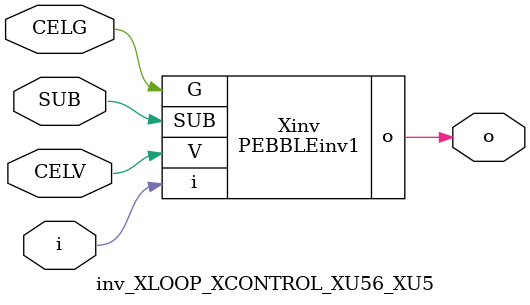
<source format=v>



module PEBBLEinv1 ( o, G, SUB, V, i );

  input V;
  input i;
  input G;
  output o;
  input SUB;
endmodule

//Celera Confidential Do Not Copy inv_XLOOP_XCONTROL_XU56_XU5
//Celera Confidential Symbol Generator
//5V Inverter
module inv_XLOOP_XCONTROL_XU56_XU5 (CELV,CELG,i,o,SUB);
input CELV;
input CELG;
input i;
input SUB;
output o;

//Celera Confidential Do Not Copy inv
PEBBLEinv1 Xinv(
.V (CELV),
.i (i),
.o (o),
.SUB (SUB),
.G (CELG)
);
//,diesize,PEBBLEinv1

//Celera Confidential Do Not Copy Module End
//Celera Schematic Generator
endmodule

</source>
